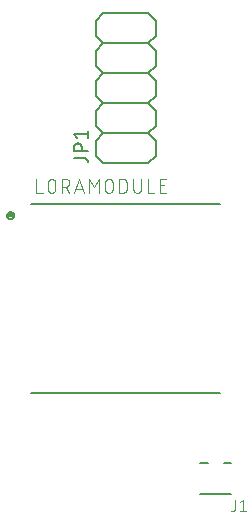
<source format=gbr>
G04 EAGLE Gerber RS-274X export*
G75*
%MOMM*%
%FSLAX34Y34*%
%LPD*%
%INSilkscreen Top*%
%IPPOS*%
%AMOC8*
5,1,8,0,0,1.08239X$1,22.5*%
G01*
%ADD10C,0.127000*%
%ADD11C,0.076200*%
%ADD12C,0.152400*%
%ADD13C,0.200000*%
%ADD14R,0.511500X0.392200*%
%ADD15C,0.101600*%


D10*
X317800Y25100D02*
X291800Y25100D01*
X311500Y51100D02*
X317800Y51100D01*
X298100Y51100D02*
X291800Y51100D01*
D11*
X321033Y19690D02*
X321033Y12368D01*
X321031Y12279D01*
X321025Y12191D01*
X321016Y12102D01*
X321003Y12014D01*
X320986Y11927D01*
X320965Y11841D01*
X320941Y11755D01*
X320913Y11671D01*
X320882Y11588D01*
X320847Y11506D01*
X320809Y11426D01*
X320767Y11348D01*
X320722Y11271D01*
X320674Y11197D01*
X320623Y11124D01*
X320569Y11054D01*
X320511Y10986D01*
X320451Y10920D01*
X320389Y10858D01*
X320323Y10798D01*
X320255Y10740D01*
X320185Y10686D01*
X320112Y10635D01*
X320038Y10587D01*
X319961Y10542D01*
X319883Y10500D01*
X319803Y10462D01*
X319721Y10427D01*
X319638Y10396D01*
X319554Y10368D01*
X319468Y10344D01*
X319382Y10323D01*
X319295Y10306D01*
X319207Y10293D01*
X319118Y10284D01*
X319030Y10278D01*
X318941Y10276D01*
X317895Y10276D01*
X325231Y17598D02*
X327846Y19690D01*
X327846Y10276D01*
X325231Y10276D02*
X330461Y10276D01*
D12*
X247650Y304800D02*
X254000Y311150D01*
X254000Y323850D02*
X247650Y330200D01*
X254000Y336550D01*
X254000Y349250D02*
X247650Y355600D01*
X254000Y361950D01*
X254000Y374650D02*
X247650Y381000D01*
X254000Y387350D01*
X254000Y400050D02*
X247650Y406400D01*
X247650Y304800D02*
X209550Y304800D01*
X203200Y311150D01*
X203200Y323850D01*
X209550Y330200D01*
X203200Y336550D01*
X203200Y349250D01*
X209550Y355600D01*
X203200Y361950D01*
X203200Y374650D01*
X209550Y381000D01*
X203200Y387350D01*
X203200Y400050D01*
X209550Y406400D01*
X209550Y330200D02*
X247650Y330200D01*
X247650Y355600D02*
X209550Y355600D01*
X209550Y381000D02*
X247650Y381000D01*
X247650Y406400D02*
X209550Y406400D01*
X254000Y400050D02*
X254000Y387350D01*
X254000Y374650D02*
X254000Y361950D01*
X254000Y349250D02*
X254000Y336550D01*
X254000Y323850D02*
X254000Y311150D01*
X247650Y406400D02*
X254000Y412750D01*
X254000Y425450D02*
X247650Y431800D01*
X209550Y406400D02*
X203200Y412750D01*
X203200Y425450D01*
X209550Y431800D01*
X247650Y431800D01*
X254000Y425450D02*
X254000Y412750D01*
D10*
X193675Y309245D02*
X184785Y309245D01*
X193675Y309245D02*
X193775Y309243D01*
X193874Y309237D01*
X193974Y309227D01*
X194072Y309214D01*
X194171Y309196D01*
X194268Y309175D01*
X194364Y309150D01*
X194460Y309121D01*
X194554Y309088D01*
X194647Y309052D01*
X194738Y309012D01*
X194828Y308968D01*
X194916Y308921D01*
X195002Y308871D01*
X195086Y308817D01*
X195168Y308760D01*
X195247Y308700D01*
X195325Y308636D01*
X195399Y308570D01*
X195471Y308501D01*
X195540Y308429D01*
X195606Y308355D01*
X195670Y308277D01*
X195730Y308198D01*
X195787Y308116D01*
X195841Y308032D01*
X195891Y307946D01*
X195938Y307858D01*
X195982Y307768D01*
X196022Y307677D01*
X196058Y307584D01*
X196091Y307490D01*
X196120Y307394D01*
X196145Y307298D01*
X196166Y307201D01*
X196184Y307102D01*
X196197Y307004D01*
X196207Y306904D01*
X196213Y306805D01*
X196215Y306705D01*
X196215Y305435D01*
X196215Y315225D02*
X184785Y315225D01*
X184785Y318400D01*
X184787Y318511D01*
X184793Y318621D01*
X184802Y318732D01*
X184816Y318842D01*
X184833Y318951D01*
X184854Y319060D01*
X184879Y319168D01*
X184908Y319275D01*
X184940Y319381D01*
X184976Y319486D01*
X185016Y319589D01*
X185059Y319691D01*
X185106Y319792D01*
X185157Y319891D01*
X185210Y319988D01*
X185267Y320082D01*
X185328Y320175D01*
X185391Y320266D01*
X185458Y320355D01*
X185528Y320441D01*
X185601Y320524D01*
X185676Y320606D01*
X185754Y320684D01*
X185836Y320759D01*
X185919Y320832D01*
X186005Y320902D01*
X186094Y320969D01*
X186185Y321032D01*
X186278Y321093D01*
X186373Y321150D01*
X186469Y321203D01*
X186568Y321254D01*
X186669Y321301D01*
X186771Y321344D01*
X186874Y321384D01*
X186979Y321420D01*
X187085Y321452D01*
X187192Y321481D01*
X187300Y321506D01*
X187409Y321527D01*
X187518Y321544D01*
X187628Y321558D01*
X187739Y321567D01*
X187849Y321573D01*
X187960Y321575D01*
X188071Y321573D01*
X188181Y321567D01*
X188292Y321558D01*
X188402Y321544D01*
X188511Y321527D01*
X188620Y321506D01*
X188728Y321481D01*
X188835Y321452D01*
X188941Y321420D01*
X189046Y321384D01*
X189149Y321344D01*
X189251Y321301D01*
X189352Y321254D01*
X189451Y321203D01*
X189548Y321150D01*
X189642Y321093D01*
X189735Y321032D01*
X189826Y320969D01*
X189915Y320902D01*
X190001Y320832D01*
X190084Y320759D01*
X190166Y320684D01*
X190244Y320606D01*
X190319Y320524D01*
X190392Y320441D01*
X190462Y320355D01*
X190529Y320266D01*
X190592Y320175D01*
X190653Y320082D01*
X190710Y319988D01*
X190763Y319891D01*
X190814Y319792D01*
X190861Y319691D01*
X190904Y319589D01*
X190944Y319486D01*
X190980Y319381D01*
X191012Y319275D01*
X191041Y319168D01*
X191066Y319060D01*
X191087Y318951D01*
X191104Y318842D01*
X191118Y318732D01*
X191127Y318621D01*
X191133Y318511D01*
X191135Y318400D01*
X191135Y315225D01*
X187325Y326084D02*
X184785Y329259D01*
X196215Y329259D01*
X196215Y326084D02*
X196215Y332434D01*
D13*
X148600Y270500D02*
X308600Y270500D01*
X308600Y110500D02*
X148600Y110500D01*
X128185Y260500D02*
X128187Y260608D01*
X128193Y260715D01*
X128203Y260823D01*
X128217Y260929D01*
X128235Y261036D01*
X128256Y261141D01*
X128282Y261246D01*
X128311Y261349D01*
X128345Y261452D01*
X128382Y261553D01*
X128423Y261653D01*
X128467Y261751D01*
X128515Y261847D01*
X128567Y261942D01*
X128622Y262035D01*
X128680Y262125D01*
X128742Y262213D01*
X128807Y262299D01*
X128875Y262383D01*
X128946Y262464D01*
X129020Y262542D01*
X129097Y262618D01*
X129176Y262690D01*
X129259Y262760D01*
X129343Y262826D01*
X129430Y262890D01*
X129520Y262950D01*
X129612Y263006D01*
X129705Y263060D01*
X129801Y263109D01*
X129898Y263156D01*
X129997Y263198D01*
X130097Y263237D01*
X130199Y263272D01*
X130302Y263304D01*
X130406Y263331D01*
X130512Y263355D01*
X130617Y263375D01*
X130724Y263391D01*
X130831Y263403D01*
X130938Y263411D01*
X131046Y263415D01*
X131154Y263415D01*
X131262Y263411D01*
X131369Y263403D01*
X131476Y263391D01*
X131583Y263375D01*
X131688Y263355D01*
X131794Y263331D01*
X131898Y263304D01*
X132001Y263272D01*
X132103Y263237D01*
X132203Y263198D01*
X132302Y263156D01*
X132399Y263109D01*
X132495Y263060D01*
X132588Y263006D01*
X132680Y262950D01*
X132770Y262890D01*
X132857Y262826D01*
X132941Y262760D01*
X133024Y262690D01*
X133103Y262618D01*
X133180Y262542D01*
X133254Y262464D01*
X133325Y262383D01*
X133393Y262299D01*
X133458Y262213D01*
X133520Y262125D01*
X133578Y262035D01*
X133633Y261942D01*
X133685Y261847D01*
X133733Y261751D01*
X133777Y261653D01*
X133818Y261553D01*
X133855Y261452D01*
X133889Y261349D01*
X133918Y261246D01*
X133944Y261141D01*
X133965Y261036D01*
X133983Y260929D01*
X133997Y260823D01*
X134007Y260715D01*
X134013Y260608D01*
X134015Y260500D01*
X134013Y260392D01*
X134007Y260285D01*
X133997Y260177D01*
X133983Y260071D01*
X133965Y259964D01*
X133944Y259859D01*
X133918Y259754D01*
X133889Y259651D01*
X133855Y259548D01*
X133818Y259447D01*
X133777Y259347D01*
X133733Y259249D01*
X133685Y259153D01*
X133633Y259058D01*
X133578Y258965D01*
X133520Y258875D01*
X133458Y258787D01*
X133393Y258701D01*
X133325Y258617D01*
X133254Y258536D01*
X133180Y258458D01*
X133103Y258382D01*
X133024Y258310D01*
X132941Y258240D01*
X132857Y258174D01*
X132770Y258110D01*
X132680Y258050D01*
X132588Y257994D01*
X132495Y257940D01*
X132399Y257891D01*
X132302Y257844D01*
X132203Y257802D01*
X132103Y257763D01*
X132001Y257728D01*
X131898Y257696D01*
X131794Y257669D01*
X131688Y257645D01*
X131583Y257625D01*
X131476Y257609D01*
X131369Y257597D01*
X131262Y257589D01*
X131154Y257585D01*
X131046Y257585D01*
X130938Y257589D01*
X130831Y257597D01*
X130724Y257609D01*
X130617Y257625D01*
X130512Y257645D01*
X130406Y257669D01*
X130302Y257696D01*
X130199Y257728D01*
X130097Y257763D01*
X129997Y257802D01*
X129898Y257844D01*
X129801Y257891D01*
X129705Y257940D01*
X129612Y257994D01*
X129520Y258050D01*
X129430Y258110D01*
X129343Y258174D01*
X129259Y258240D01*
X129176Y258310D01*
X129097Y258382D01*
X129020Y258458D01*
X128946Y258536D01*
X128875Y258617D01*
X128807Y258701D01*
X128742Y258787D01*
X128680Y258875D01*
X128622Y258965D01*
X128567Y259058D01*
X128515Y259153D01*
X128467Y259249D01*
X128423Y259347D01*
X128382Y259447D01*
X128345Y259548D01*
X128311Y259651D01*
X128282Y259754D01*
X128256Y259859D01*
X128235Y259964D01*
X128217Y260071D01*
X128203Y260177D01*
X128193Y260285D01*
X128187Y260392D01*
X128185Y260500D01*
D14*
X131043Y260539D03*
D15*
X152962Y279678D02*
X152962Y291386D01*
X152962Y279678D02*
X158166Y279678D01*
X162483Y282930D02*
X162483Y288134D01*
X162485Y288246D01*
X162491Y288358D01*
X162500Y288470D01*
X162514Y288582D01*
X162531Y288693D01*
X162553Y288803D01*
X162577Y288912D01*
X162606Y289021D01*
X162639Y289128D01*
X162675Y289235D01*
X162715Y289339D01*
X162758Y289443D01*
X162805Y289545D01*
X162855Y289645D01*
X162909Y289744D01*
X162967Y289840D01*
X163027Y289935D01*
X163091Y290027D01*
X163158Y290117D01*
X163228Y290205D01*
X163301Y290290D01*
X163377Y290373D01*
X163455Y290453D01*
X163537Y290531D01*
X163621Y290605D01*
X163707Y290677D01*
X163796Y290745D01*
X163888Y290810D01*
X163981Y290873D01*
X164077Y290931D01*
X164174Y290987D01*
X164274Y291039D01*
X164375Y291088D01*
X164478Y291133D01*
X164582Y291175D01*
X164687Y291213D01*
X164794Y291247D01*
X164902Y291278D01*
X165011Y291304D01*
X165121Y291328D01*
X165232Y291347D01*
X165343Y291362D01*
X165455Y291374D01*
X165567Y291382D01*
X165679Y291386D01*
X165791Y291386D01*
X165903Y291382D01*
X166015Y291374D01*
X166127Y291362D01*
X166238Y291347D01*
X166349Y291328D01*
X166459Y291304D01*
X166568Y291278D01*
X166676Y291247D01*
X166783Y291213D01*
X166888Y291175D01*
X166992Y291133D01*
X167095Y291088D01*
X167196Y291039D01*
X167296Y290987D01*
X167393Y290931D01*
X167489Y290873D01*
X167582Y290810D01*
X167674Y290745D01*
X167763Y290677D01*
X167849Y290605D01*
X167933Y290531D01*
X168015Y290453D01*
X168093Y290373D01*
X168169Y290290D01*
X168242Y290205D01*
X168312Y290117D01*
X168379Y290027D01*
X168443Y289935D01*
X168503Y289840D01*
X168561Y289744D01*
X168615Y289645D01*
X168665Y289545D01*
X168712Y289443D01*
X168755Y289339D01*
X168795Y289235D01*
X168831Y289128D01*
X168864Y289021D01*
X168893Y288912D01*
X168917Y288803D01*
X168939Y288693D01*
X168956Y288582D01*
X168970Y288470D01*
X168979Y288358D01*
X168985Y288246D01*
X168987Y288134D01*
X168988Y288134D02*
X168988Y282930D01*
X168987Y282930D02*
X168985Y282818D01*
X168979Y282706D01*
X168970Y282594D01*
X168956Y282482D01*
X168939Y282371D01*
X168917Y282261D01*
X168893Y282152D01*
X168864Y282043D01*
X168831Y281936D01*
X168795Y281829D01*
X168755Y281725D01*
X168712Y281621D01*
X168665Y281519D01*
X168615Y281419D01*
X168561Y281320D01*
X168503Y281224D01*
X168443Y281129D01*
X168379Y281037D01*
X168312Y280947D01*
X168242Y280859D01*
X168169Y280774D01*
X168093Y280691D01*
X168015Y280611D01*
X167933Y280533D01*
X167849Y280459D01*
X167763Y280387D01*
X167674Y280319D01*
X167582Y280254D01*
X167489Y280191D01*
X167393Y280133D01*
X167296Y280077D01*
X167196Y280025D01*
X167095Y279976D01*
X166992Y279931D01*
X166888Y279889D01*
X166783Y279851D01*
X166676Y279817D01*
X166568Y279786D01*
X166459Y279760D01*
X166349Y279736D01*
X166238Y279717D01*
X166127Y279702D01*
X166015Y279690D01*
X165903Y279682D01*
X165791Y279678D01*
X165679Y279678D01*
X165567Y279682D01*
X165455Y279690D01*
X165343Y279702D01*
X165232Y279717D01*
X165121Y279736D01*
X165011Y279760D01*
X164902Y279786D01*
X164794Y279817D01*
X164687Y279851D01*
X164582Y279889D01*
X164478Y279931D01*
X164375Y279976D01*
X164274Y280025D01*
X164174Y280077D01*
X164077Y280133D01*
X163981Y280191D01*
X163888Y280254D01*
X163796Y280319D01*
X163707Y280387D01*
X163621Y280459D01*
X163537Y280533D01*
X163455Y280611D01*
X163377Y280691D01*
X163301Y280774D01*
X163228Y280859D01*
X163158Y280947D01*
X163091Y281037D01*
X163027Y281129D01*
X162967Y281224D01*
X162909Y281320D01*
X162855Y281419D01*
X162805Y281519D01*
X162758Y281621D01*
X162715Y281725D01*
X162675Y281829D01*
X162639Y281936D01*
X162606Y282043D01*
X162577Y282152D01*
X162553Y282261D01*
X162531Y282371D01*
X162514Y282482D01*
X162500Y282594D01*
X162491Y282706D01*
X162485Y282818D01*
X162483Y282930D01*
X174390Y279678D02*
X174390Y291386D01*
X177642Y291386D01*
X177754Y291384D01*
X177866Y291378D01*
X177978Y291369D01*
X178090Y291355D01*
X178201Y291338D01*
X178311Y291316D01*
X178420Y291292D01*
X178529Y291263D01*
X178636Y291230D01*
X178743Y291194D01*
X178847Y291154D01*
X178951Y291111D01*
X179053Y291064D01*
X179153Y291014D01*
X179252Y290960D01*
X179348Y290902D01*
X179443Y290842D01*
X179535Y290778D01*
X179625Y290711D01*
X179713Y290641D01*
X179798Y290568D01*
X179881Y290492D01*
X179961Y290414D01*
X180039Y290332D01*
X180113Y290248D01*
X180185Y290162D01*
X180253Y290073D01*
X180318Y289981D01*
X180381Y289888D01*
X180439Y289792D01*
X180495Y289695D01*
X180547Y289595D01*
X180596Y289494D01*
X180641Y289391D01*
X180683Y289287D01*
X180721Y289182D01*
X180755Y289075D01*
X180786Y288967D01*
X180812Y288858D01*
X180836Y288748D01*
X180855Y288637D01*
X180870Y288526D01*
X180882Y288414D01*
X180890Y288302D01*
X180894Y288190D01*
X180894Y288078D01*
X180890Y287966D01*
X180882Y287854D01*
X180870Y287742D01*
X180855Y287631D01*
X180836Y287520D01*
X180812Y287410D01*
X180786Y287301D01*
X180755Y287193D01*
X180721Y287086D01*
X180683Y286981D01*
X180641Y286877D01*
X180596Y286774D01*
X180547Y286673D01*
X180495Y286573D01*
X180439Y286476D01*
X180381Y286380D01*
X180318Y286287D01*
X180253Y286195D01*
X180185Y286106D01*
X180113Y286020D01*
X180039Y285936D01*
X179961Y285854D01*
X179881Y285776D01*
X179798Y285700D01*
X179713Y285627D01*
X179625Y285557D01*
X179535Y285490D01*
X179443Y285426D01*
X179348Y285366D01*
X179252Y285308D01*
X179153Y285254D01*
X179053Y285204D01*
X178951Y285157D01*
X178847Y285114D01*
X178743Y285074D01*
X178636Y285038D01*
X178529Y285005D01*
X178420Y284976D01*
X178311Y284952D01*
X178201Y284930D01*
X178090Y284913D01*
X177978Y284899D01*
X177866Y284890D01*
X177754Y284884D01*
X177642Y284882D01*
X177642Y284881D02*
X174390Y284881D01*
X178293Y284881D02*
X180895Y279678D01*
X185118Y279678D02*
X189021Y291386D01*
X192923Y279678D01*
X191948Y282605D02*
X186094Y282605D01*
X197715Y279678D02*
X197715Y291386D01*
X201618Y284881D01*
X205520Y291386D01*
X205520Y279678D01*
X210962Y282930D02*
X210962Y288134D01*
X210963Y288134D02*
X210965Y288246D01*
X210971Y288358D01*
X210980Y288470D01*
X210994Y288582D01*
X211011Y288693D01*
X211033Y288803D01*
X211057Y288912D01*
X211086Y289021D01*
X211119Y289128D01*
X211155Y289235D01*
X211195Y289339D01*
X211238Y289443D01*
X211285Y289545D01*
X211335Y289645D01*
X211389Y289744D01*
X211447Y289840D01*
X211507Y289935D01*
X211571Y290027D01*
X211638Y290117D01*
X211708Y290205D01*
X211781Y290290D01*
X211857Y290373D01*
X211935Y290453D01*
X212017Y290531D01*
X212101Y290605D01*
X212187Y290677D01*
X212276Y290745D01*
X212368Y290810D01*
X212461Y290873D01*
X212557Y290931D01*
X212654Y290987D01*
X212754Y291039D01*
X212855Y291088D01*
X212958Y291133D01*
X213062Y291175D01*
X213167Y291213D01*
X213274Y291247D01*
X213382Y291278D01*
X213491Y291304D01*
X213601Y291328D01*
X213712Y291347D01*
X213823Y291362D01*
X213935Y291374D01*
X214047Y291382D01*
X214159Y291386D01*
X214271Y291386D01*
X214383Y291382D01*
X214495Y291374D01*
X214607Y291362D01*
X214718Y291347D01*
X214829Y291328D01*
X214939Y291304D01*
X215048Y291278D01*
X215156Y291247D01*
X215263Y291213D01*
X215368Y291175D01*
X215472Y291133D01*
X215575Y291088D01*
X215676Y291039D01*
X215776Y290987D01*
X215873Y290931D01*
X215969Y290873D01*
X216062Y290810D01*
X216154Y290745D01*
X216243Y290677D01*
X216329Y290605D01*
X216413Y290531D01*
X216495Y290453D01*
X216573Y290373D01*
X216649Y290290D01*
X216722Y290205D01*
X216792Y290117D01*
X216859Y290027D01*
X216923Y289935D01*
X216983Y289840D01*
X217041Y289744D01*
X217095Y289645D01*
X217145Y289545D01*
X217192Y289443D01*
X217235Y289339D01*
X217275Y289235D01*
X217311Y289128D01*
X217344Y289021D01*
X217373Y288912D01*
X217397Y288803D01*
X217419Y288693D01*
X217436Y288582D01*
X217450Y288470D01*
X217459Y288358D01*
X217465Y288246D01*
X217467Y288134D01*
X217467Y282930D01*
X217465Y282818D01*
X217459Y282706D01*
X217450Y282594D01*
X217436Y282482D01*
X217419Y282371D01*
X217397Y282261D01*
X217373Y282152D01*
X217344Y282043D01*
X217311Y281936D01*
X217275Y281829D01*
X217235Y281725D01*
X217192Y281621D01*
X217145Y281519D01*
X217095Y281419D01*
X217041Y281320D01*
X216983Y281224D01*
X216923Y281129D01*
X216859Y281037D01*
X216792Y280947D01*
X216722Y280859D01*
X216649Y280774D01*
X216573Y280691D01*
X216495Y280611D01*
X216413Y280533D01*
X216329Y280459D01*
X216243Y280387D01*
X216154Y280319D01*
X216062Y280254D01*
X215969Y280191D01*
X215873Y280133D01*
X215776Y280077D01*
X215676Y280025D01*
X215575Y279976D01*
X215472Y279931D01*
X215368Y279889D01*
X215263Y279851D01*
X215156Y279817D01*
X215048Y279786D01*
X214939Y279760D01*
X214829Y279736D01*
X214718Y279717D01*
X214607Y279702D01*
X214495Y279690D01*
X214383Y279682D01*
X214271Y279678D01*
X214159Y279678D01*
X214047Y279682D01*
X213935Y279690D01*
X213823Y279702D01*
X213712Y279717D01*
X213601Y279736D01*
X213491Y279760D01*
X213382Y279786D01*
X213274Y279817D01*
X213167Y279851D01*
X213062Y279889D01*
X212958Y279931D01*
X212855Y279976D01*
X212754Y280025D01*
X212654Y280077D01*
X212557Y280133D01*
X212461Y280191D01*
X212368Y280254D01*
X212276Y280319D01*
X212187Y280387D01*
X212101Y280459D01*
X212017Y280533D01*
X211935Y280611D01*
X211857Y280691D01*
X211781Y280774D01*
X211708Y280859D01*
X211638Y280947D01*
X211571Y281037D01*
X211507Y281129D01*
X211447Y281224D01*
X211389Y281320D01*
X211335Y281419D01*
X211285Y281519D01*
X211238Y281621D01*
X211195Y281725D01*
X211155Y281829D01*
X211119Y281936D01*
X211086Y282043D01*
X211057Y282152D01*
X211033Y282261D01*
X211011Y282371D01*
X210994Y282482D01*
X210980Y282594D01*
X210971Y282706D01*
X210965Y282818D01*
X210963Y282930D01*
X222796Y279678D02*
X222796Y291386D01*
X226048Y291386D01*
X226159Y291384D01*
X226270Y291378D01*
X226381Y291369D01*
X226491Y291356D01*
X226601Y291339D01*
X226710Y291318D01*
X226818Y291294D01*
X226925Y291265D01*
X227032Y291234D01*
X227137Y291198D01*
X227241Y291159D01*
X227344Y291117D01*
X227445Y291071D01*
X227544Y291021D01*
X227642Y290969D01*
X227738Y290913D01*
X227832Y290853D01*
X227923Y290791D01*
X228013Y290725D01*
X228100Y290657D01*
X228185Y290585D01*
X228268Y290511D01*
X228348Y290434D01*
X228425Y290354D01*
X228499Y290271D01*
X228571Y290186D01*
X228639Y290099D01*
X228705Y290009D01*
X228767Y289918D01*
X228827Y289824D01*
X228883Y289728D01*
X228935Y289630D01*
X228985Y289531D01*
X229031Y289430D01*
X229073Y289327D01*
X229112Y289223D01*
X229148Y289118D01*
X229179Y289011D01*
X229208Y288904D01*
X229232Y288796D01*
X229253Y288687D01*
X229270Y288577D01*
X229283Y288467D01*
X229292Y288356D01*
X229298Y288245D01*
X229300Y288134D01*
X229301Y288134D02*
X229301Y282930D01*
X229300Y282930D02*
X229298Y282819D01*
X229292Y282708D01*
X229283Y282597D01*
X229270Y282487D01*
X229253Y282377D01*
X229232Y282268D01*
X229208Y282160D01*
X229179Y282053D01*
X229148Y281946D01*
X229112Y281841D01*
X229073Y281737D01*
X229031Y281634D01*
X228985Y281533D01*
X228935Y281434D01*
X228883Y281336D01*
X228827Y281240D01*
X228767Y281146D01*
X228705Y281055D01*
X228639Y280965D01*
X228571Y280878D01*
X228499Y280793D01*
X228425Y280710D01*
X228348Y280630D01*
X228268Y280553D01*
X228185Y280479D01*
X228100Y280407D01*
X228013Y280339D01*
X227923Y280273D01*
X227832Y280211D01*
X227738Y280151D01*
X227642Y280095D01*
X227544Y280043D01*
X227445Y279993D01*
X227344Y279947D01*
X227241Y279905D01*
X227137Y279866D01*
X227032Y279830D01*
X226925Y279799D01*
X226818Y279770D01*
X226710Y279746D01*
X226601Y279725D01*
X226491Y279708D01*
X226381Y279695D01*
X226270Y279686D01*
X226159Y279680D01*
X226048Y279678D01*
X222796Y279678D01*
X235011Y282930D02*
X235011Y291386D01*
X235012Y282930D02*
X235014Y282818D01*
X235020Y282706D01*
X235029Y282594D01*
X235043Y282482D01*
X235060Y282371D01*
X235082Y282261D01*
X235106Y282152D01*
X235135Y282043D01*
X235168Y281936D01*
X235204Y281829D01*
X235244Y281725D01*
X235287Y281621D01*
X235334Y281519D01*
X235384Y281419D01*
X235438Y281320D01*
X235496Y281224D01*
X235556Y281129D01*
X235620Y281037D01*
X235687Y280947D01*
X235757Y280859D01*
X235830Y280774D01*
X235906Y280691D01*
X235984Y280611D01*
X236066Y280533D01*
X236150Y280459D01*
X236236Y280387D01*
X236325Y280319D01*
X236417Y280254D01*
X236510Y280191D01*
X236606Y280133D01*
X236703Y280077D01*
X236803Y280025D01*
X236904Y279976D01*
X237007Y279931D01*
X237111Y279889D01*
X237216Y279851D01*
X237323Y279817D01*
X237431Y279786D01*
X237540Y279760D01*
X237650Y279736D01*
X237761Y279717D01*
X237872Y279702D01*
X237984Y279690D01*
X238096Y279682D01*
X238208Y279678D01*
X238320Y279678D01*
X238432Y279682D01*
X238544Y279690D01*
X238656Y279702D01*
X238767Y279717D01*
X238878Y279736D01*
X238988Y279760D01*
X239097Y279786D01*
X239205Y279817D01*
X239312Y279851D01*
X239417Y279889D01*
X239521Y279931D01*
X239624Y279976D01*
X239725Y280025D01*
X239825Y280077D01*
X239922Y280133D01*
X240018Y280191D01*
X240111Y280254D01*
X240203Y280319D01*
X240292Y280387D01*
X240378Y280459D01*
X240462Y280533D01*
X240544Y280611D01*
X240622Y280691D01*
X240698Y280774D01*
X240771Y280859D01*
X240841Y280947D01*
X240908Y281037D01*
X240972Y281129D01*
X241032Y281224D01*
X241090Y281320D01*
X241144Y281419D01*
X241194Y281519D01*
X241241Y281621D01*
X241284Y281725D01*
X241324Y281829D01*
X241360Y281936D01*
X241393Y282043D01*
X241422Y282152D01*
X241446Y282261D01*
X241468Y282371D01*
X241485Y282482D01*
X241499Y282594D01*
X241508Y282706D01*
X241514Y282818D01*
X241516Y282930D01*
X241516Y291386D01*
X247249Y291386D02*
X247249Y279678D01*
X252453Y279678D01*
X257174Y279678D02*
X262378Y279678D01*
X257174Y279678D02*
X257174Y291386D01*
X262378Y291386D01*
X261077Y286182D02*
X257174Y286182D01*
M02*

</source>
